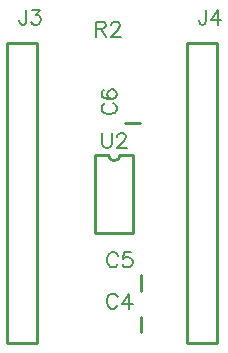
<source format=gto>
G04 DipTrace 3.0.0.2*
G04 MSP4302311_20.gto*
%MOIN*%
G04 #@! TF.FileFunction,Legend,Top*
G04 #@! TF.Part,Single*
%ADD10C,0.009843*%
%ADD37C,0.00772*%
%FSLAX26Y26*%
G04*
G70*
G90*
G75*
G01*
G04 TopSilk*
%LPD*%
X891413Y682071D2*
D10*
Y630929D1*
X891609Y819571D2*
Y768429D1*
X888322Y1327640D2*
X837180D1*
X544002Y1594020D2*
X444000D1*
Y593980D1*
X544002D1*
Y1594020D1*
X1144002D2*
X1044000D1*
Y593980D1*
X1144002D1*
Y1594020D1*
X738941Y1221272D2*
Y961413D1*
X864912Y1221272D2*
Y961413D1*
X738941D2*
X864912D1*
X738941Y1221272D2*
X782238D1*
X821615D2*
X864912D1*
X782238D2*
G03X821615Y1221272I19689J-9D01*
G01*
X812817Y747312D2*
D37*
X810441Y752066D1*
X805632Y756874D1*
X800879Y759251D1*
X791317D1*
X786509Y756874D1*
X781756Y752066D1*
X779324Y747312D1*
X776947Y740127D1*
Y728134D1*
X779324Y721004D1*
X781756Y716196D1*
X786509Y711442D1*
X791317Y709011D1*
X800879D1*
X805632Y711442D1*
X810441Y716196D1*
X812817Y721004D1*
X852188Y709011D2*
Y759195D1*
X828256Y725757D1*
X864126D1*
X814201Y884812D2*
X811824Y889566D1*
X807016Y894374D1*
X802263Y896751D1*
X792701D1*
X787893Y894374D1*
X783139Y889566D1*
X780708Y884812D1*
X778331Y877627D1*
Y865634D1*
X780708Y858504D1*
X783139Y853696D1*
X787893Y848942D1*
X792701Y846511D1*
X802263D1*
X807016Y848942D1*
X811824Y853696D1*
X814201Y858504D1*
X858325Y896695D2*
X834449D1*
X832072Y875196D1*
X834449Y877572D1*
X841634Y880004D1*
X848763D1*
X855948Y877572D1*
X860757Y872819D1*
X863134Y865634D1*
Y860881D1*
X860757Y853696D1*
X855948Y848887D1*
X848763Y846511D1*
X841634D1*
X834449Y848887D1*
X832072Y851319D1*
X829640Y856072D1*
X771938Y1393202D2*
X767185Y1390825D1*
X762377Y1386017D1*
X760000Y1381264D1*
Y1371702D1*
X762377Y1366893D1*
X767185Y1362140D1*
X771938Y1359708D1*
X779123Y1357332D1*
X791117D1*
X798247Y1359708D1*
X803055Y1362140D1*
X807808Y1366893D1*
X810240Y1371702D1*
Y1381263D1*
X807808Y1386017D1*
X803055Y1390825D1*
X798247Y1393202D1*
X767185Y1437326D2*
X762432Y1434949D1*
X760055Y1427764D1*
Y1423011D1*
X762432Y1415826D1*
X769617Y1411018D1*
X781555Y1408641D1*
X793493D1*
X803055Y1411018D1*
X807863Y1415826D1*
X810240Y1423011D1*
Y1425388D1*
X807863Y1432517D1*
X803055Y1437326D1*
X795870Y1439702D1*
X793493D1*
X786308Y1437326D1*
X781555Y1432517D1*
X779179Y1425388D1*
Y1423011D1*
X781555Y1415826D1*
X786308Y1411018D1*
X793493Y1408641D1*
X508960Y1705806D2*
Y1667559D1*
X506584Y1660374D1*
X504152Y1657998D1*
X499399Y1655566D1*
X494590D1*
X489837Y1657998D1*
X487460Y1660374D1*
X485028Y1667559D1*
Y1672312D1*
X529208Y1705750D2*
X555461D1*
X541146Y1686627D1*
X548331D1*
X553084Y1684251D1*
X555461Y1681874D1*
X557893Y1674689D1*
Y1669936D1*
X555461Y1662751D1*
X550708Y1657942D1*
X543523Y1655566D1*
X536338D1*
X529208Y1657942D1*
X526831Y1660374D1*
X524399Y1665127D1*
X1107772Y1705806D2*
Y1667559D1*
X1105395Y1660374D1*
X1102963Y1657998D1*
X1098210Y1655566D1*
X1093402D1*
X1088649Y1657998D1*
X1086272Y1660374D1*
X1083840Y1667559D1*
Y1672312D1*
X1147143Y1655566D2*
Y1705750D1*
X1123211Y1672312D1*
X1159081D1*
X740385Y1641570D2*
X761885D1*
X769070Y1644001D1*
X771502Y1646378D1*
X773879Y1651131D1*
Y1655940D1*
X771502Y1660693D1*
X769070Y1663125D1*
X761885Y1665501D1*
X740385D1*
Y1615261D1*
X757132Y1641570D2*
X773879Y1615261D1*
X791750Y1653508D2*
Y1655884D1*
X794126Y1660693D1*
X796503Y1663069D1*
X801312Y1665446D1*
X810873D1*
X815626Y1663069D1*
X818003Y1660693D1*
X820435Y1655884D1*
Y1651131D1*
X818003Y1646323D1*
X813250Y1639193D1*
X789318Y1615261D1*
X822811D1*
X760714Y1294495D2*
Y1258625D1*
X763090Y1251440D1*
X767899Y1246687D1*
X775084Y1244255D1*
X779837D1*
X787022Y1246687D1*
X791830Y1251440D1*
X794207Y1258625D1*
Y1294495D1*
X812078Y1282502D2*
Y1284878D1*
X814455Y1289687D1*
X816831Y1292064D1*
X821640Y1294440D1*
X831201D1*
X835954Y1292064D1*
X838331Y1289687D1*
X840763Y1284878D1*
Y1280125D1*
X838331Y1275317D1*
X833578Y1268187D1*
X809646Y1244255D1*
X843139D1*
M02*

</source>
